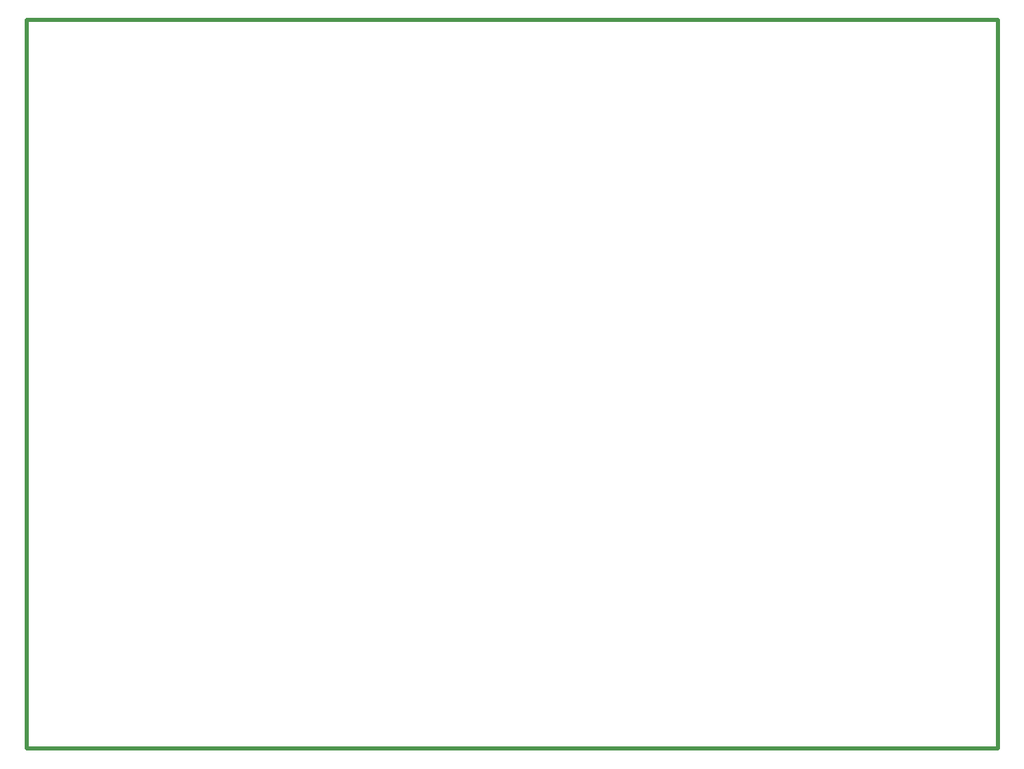
<source format=gbr>
%TF.GenerationSoftware,KiCad,Pcbnew,7.0.9*%
%TF.CreationDate,2023-12-22T15:14:44-03:00*%
%TF.ProjectId,Placa v0.1,506c6163-6120-4763-902e-312e6b696361,rev?*%
%TF.SameCoordinates,Original*%
%TF.FileFunction,Legend,Bot*%
%TF.FilePolarity,Positive*%
%FSLAX46Y46*%
G04 Gerber Fmt 4.6, Leading zero omitted, Abs format (unit mm)*
G04 Created by KiCad (PCBNEW 7.0.9) date 2023-12-22 15:14:44*
%MOMM*%
%LPD*%
G01*
G04 APERTURE LIST*
%TA.AperFunction,Profile*%
%ADD10C,0.500000*%
%TD*%
G04 APERTURE END LIST*
D10*
X58000000Y-21000000D02*
X178000000Y-21000000D01*
X178000000Y-111000000D01*
X58000000Y-111000000D01*
X58000000Y-21000000D01*
M02*

</source>
